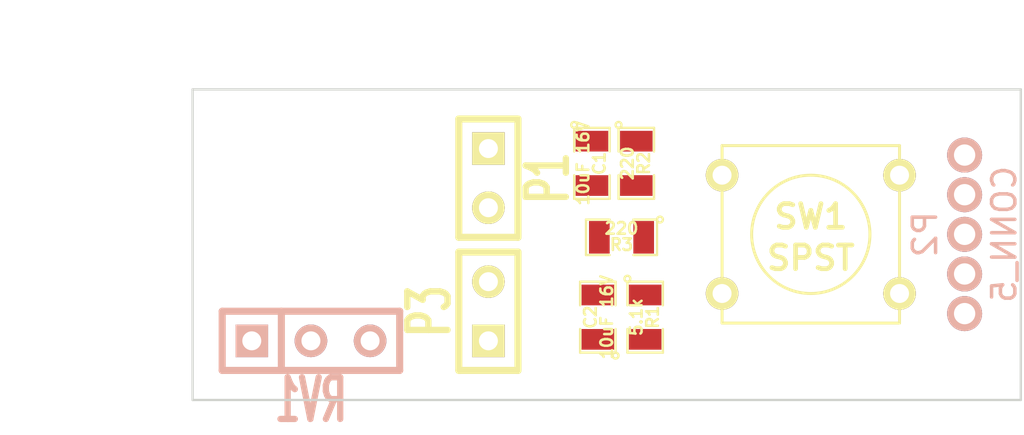
<source format=kicad_pcb>
(kicad_pcb (version 3) (host pcbnew "(2013-may-18)-stable")

  (general
    (links 19)
    (no_connects 19)
    (area 20.548599 23.653045 55.3628 39.7764)
    (thickness 1.6)
    (drawings 10)
    (tracks 0)
    (zones 0)
    (modules 10)
    (nets 7)
  )

  (page A3)
  (layers
    (15 F.Cu signal)
    (0 B.Cu signal)
    (16 B.Adhes user)
    (17 F.Adhes user)
    (18 B.Paste user)
    (19 F.Paste user)
    (20 B.SilkS user)
    (21 F.SilkS user)
    (22 B.Mask user)
    (23 F.Mask user)
    (24 Dwgs.User user)
    (25 Cmts.User user)
    (26 Eco1.User user)
    (27 Eco2.User user)
    (28 Edge.Cuts user)
  )

  (setup
    (last_trace_width 0.508)
    (trace_clearance 0.254)
    (zone_clearance 0.254)
    (zone_45_only no)
    (trace_min 0.254)
    (segment_width 0.2)
    (edge_width 0.1)
    (via_size 0.889)
    (via_drill 0.635)
    (via_min_size 0.889)
    (via_min_drill 0.508)
    (uvia_size 0.508)
    (uvia_drill 0.127)
    (uvias_allowed no)
    (uvia_min_size 0.508)
    (uvia_min_drill 0.127)
    (pcb_text_width 0.3)
    (pcb_text_size 1.5 1.5)
    (mod_edge_width 0.15)
    (mod_text_size 1 1)
    (mod_text_width 0.15)
    (pad_size 1.5 1.5)
    (pad_drill 0.6)
    (pad_to_mask_clearance 0)
    (aux_axis_origin 0 0)
    (visible_elements FFFFFFBF)
    (pcbplotparams
      (layerselection 3178497)
      (usegerberextensions true)
      (excludeedgelayer true)
      (linewidth 0.150000)
      (plotframeref false)
      (viasonmask false)
      (mode 1)
      (useauxorigin false)
      (hpglpennumber 1)
      (hpglpenspeed 20)
      (hpglpendiameter 15)
      (hpglpenoverlay 2)
      (psnegative false)
      (psa4output false)
      (plotreference true)
      (plotvalue true)
      (plotothertext true)
      (plotinvisibletext false)
      (padsonsilk false)
      (subtractmaskfromsilk false)
      (outputformat 1)
      (mirror false)
      (drillshape 1)
      (scaleselection 1)
      (outputdirectory ""))
  )

  (net 0 "")
  (net 1 GND)
  (net 2 N-000002)
  (net 3 N-000003)
  (net 4 N-000004)
  (net 5 N-000006)
  (net 6 N-000007)

  (net_class Default "This is the default net class."
    (clearance 0.254)
    (trace_width 0.508)
    (via_dia 0.889)
    (via_drill 0.635)
    (uvia_dia 0.508)
    (uvia_drill 0.127)
    (add_net "")
    (add_net GND)
    (add_net N-000002)
    (add_net N-000003)
    (add_net N-000004)
    (add_net N-000006)
    (add_net N-000007)
  )

  (module SW_PUSH_SMALL (layer F.Cu) (tedit 46544DB3) (tstamp 522E875E)
    (at 46.228 30.988)
    (path /522AA2A5)
    (fp_text reference SW1 (at 0 -0.762) (layer F.SilkS)
      (effects (font (size 1.016 1.016) (thickness 0.2032)))
    )
    (fp_text value SPST (at 0 1.016) (layer F.SilkS)
      (effects (font (size 1.016 1.016) (thickness 0.2032)))
    )
    (fp_circle (center 0 0) (end 0 -2.54) (layer F.SilkS) (width 0.127))
    (fp_line (start -3.81 -3.81) (end 3.81 -3.81) (layer F.SilkS) (width 0.127))
    (fp_line (start 3.81 -3.81) (end 3.81 3.81) (layer F.SilkS) (width 0.127))
    (fp_line (start 3.81 3.81) (end -3.81 3.81) (layer F.SilkS) (width 0.127))
    (fp_line (start -3.81 -3.81) (end -3.81 3.81) (layer F.SilkS) (width 0.127))
    (pad 1 thru_hole circle (at 3.81 -2.54) (size 1.397 1.397) (drill 0.8128)
      (layers *.Cu *.Mask F.SilkS)
      (net 5 N-000006)
    )
    (pad 2 thru_hole circle (at 3.81 2.54) (size 1.397 1.397) (drill 0.8128)
      (layers *.Cu *.Mask F.SilkS)
      (net 2 N-000002)
    )
    (pad 1 thru_hole circle (at -3.81 -2.54) (size 1.397 1.397) (drill 0.8128)
      (layers *.Cu *.Mask F.SilkS)
      (net 5 N-000006)
    )
    (pad 2 thru_hole circle (at -3.81 2.54) (size 1.397 1.397) (drill 0.8128)
      (layers *.Cu *.Mask F.SilkS)
      (net 2 N-000002)
    )
  )

  (module SM0805 (layer F.Cu) (tedit 5091495C) (tstamp 522E876B)
    (at 38.735 27.94 270)
    (path /522AA278)
    (attr smd)
    (fp_text reference R2 (at 0 -0.3175 270) (layer F.SilkS)
      (effects (font (size 0.50038 0.50038) (thickness 0.10922)))
    )
    (fp_text value 220 (at 0 0.381 270) (layer F.SilkS)
      (effects (font (size 0.50038 0.50038) (thickness 0.10922)))
    )
    (fp_circle (center -1.651 0.762) (end -1.651 0.635) (layer F.SilkS) (width 0.09906))
    (fp_line (start -0.508 0.762) (end -1.524 0.762) (layer F.SilkS) (width 0.09906))
    (fp_line (start -1.524 0.762) (end -1.524 -0.762) (layer F.SilkS) (width 0.09906))
    (fp_line (start -1.524 -0.762) (end -0.508 -0.762) (layer F.SilkS) (width 0.09906))
    (fp_line (start 0.508 -0.762) (end 1.524 -0.762) (layer F.SilkS) (width 0.09906))
    (fp_line (start 1.524 -0.762) (end 1.524 0.762) (layer F.SilkS) (width 0.09906))
    (fp_line (start 1.524 0.762) (end 0.508 0.762) (layer F.SilkS) (width 0.09906))
    (pad 1 smd rect (at -0.9525 0 270) (size 0.889 1.397)
      (layers F.Cu F.Paste F.Mask)
      (net 3 N-000003)
    )
    (pad 2 smd rect (at 0.9525 0 270) (size 0.889 1.397)
      (layers F.Cu F.Paste F.Mask)
      (net 4 N-000004)
    )
    (model smd/chip_cms.wrl
      (at (xyz 0 0 0))
      (scale (xyz 0.1 0.1 0.1))
      (rotate (xyz 0 0 0))
    )
  )

  (module SM0805 (layer F.Cu) (tedit 5091495C) (tstamp 522E8778)
    (at 39.116 34.544 270)
    (path /522AA33C)
    (attr smd)
    (fp_text reference R1 (at 0 -0.3175 270) (layer F.SilkS)
      (effects (font (size 0.50038 0.50038) (thickness 0.10922)))
    )
    (fp_text value 5.1k (at 0 0.381 270) (layer F.SilkS)
      (effects (font (size 0.50038 0.50038) (thickness 0.10922)))
    )
    (fp_circle (center -1.651 0.762) (end -1.651 0.635) (layer F.SilkS) (width 0.09906))
    (fp_line (start -0.508 0.762) (end -1.524 0.762) (layer F.SilkS) (width 0.09906))
    (fp_line (start -1.524 0.762) (end -1.524 -0.762) (layer F.SilkS) (width 0.09906))
    (fp_line (start -1.524 -0.762) (end -0.508 -0.762) (layer F.SilkS) (width 0.09906))
    (fp_line (start 0.508 -0.762) (end 1.524 -0.762) (layer F.SilkS) (width 0.09906))
    (fp_line (start 1.524 -0.762) (end 1.524 0.762) (layer F.SilkS) (width 0.09906))
    (fp_line (start 1.524 0.762) (end 0.508 0.762) (layer F.SilkS) (width 0.09906))
    (pad 1 smd rect (at -0.9525 0 270) (size 0.889 1.397)
      (layers F.Cu F.Paste F.Mask)
      (net 1 GND)
    )
    (pad 2 smd rect (at 0.9525 0 270) (size 0.889 1.397)
      (layers F.Cu F.Paste F.Mask)
      (net 2 N-000002)
    )
    (model smd/chip_cms.wrl
      (at (xyz 0 0 0))
      (scale (xyz 0.1 0.1 0.1))
      (rotate (xyz 0 0 0))
    )
  )

  (module SM0805 (layer F.Cu) (tedit 5091495C) (tstamp 522E8785)
    (at 36.83 27.94 270)
    (path /522AA353)
    (attr smd)
    (fp_text reference C1 (at 0 -0.3175 270) (layer F.SilkS)
      (effects (font (size 0.50038 0.50038) (thickness 0.10922)))
    )
    (fp_text value "10uF 16V" (at 0 0.381 270) (layer F.SilkS)
      (effects (font (size 0.50038 0.50038) (thickness 0.10922)))
    )
    (fp_circle (center -1.651 0.762) (end -1.651 0.635) (layer F.SilkS) (width 0.09906))
    (fp_line (start -0.508 0.762) (end -1.524 0.762) (layer F.SilkS) (width 0.09906))
    (fp_line (start -1.524 0.762) (end -1.524 -0.762) (layer F.SilkS) (width 0.09906))
    (fp_line (start -1.524 -0.762) (end -0.508 -0.762) (layer F.SilkS) (width 0.09906))
    (fp_line (start 0.508 -0.762) (end 1.524 -0.762) (layer F.SilkS) (width 0.09906))
    (fp_line (start 1.524 -0.762) (end 1.524 0.762) (layer F.SilkS) (width 0.09906))
    (fp_line (start 1.524 0.762) (end 0.508 0.762) (layer F.SilkS) (width 0.09906))
    (pad 1 smd rect (at -0.9525 0 270) (size 0.889 1.397)
      (layers F.Cu F.Paste F.Mask)
      (net 5 N-000006)
    )
    (pad 2 smd rect (at 0.9525 0 270) (size 0.889 1.397)
      (layers F.Cu F.Paste F.Mask)
      (net 1 GND)
    )
    (model smd/chip_cms.wrl
      (at (xyz 0 0 0))
      (scale (xyz 0.1 0.1 0.1))
      (rotate (xyz 0 0 0))
    )
  )

  (module SM0805 (layer F.Cu) (tedit 5091495C) (tstamp 522E8792)
    (at 37.084 34.544 90)
    (path /522AA389)
    (attr smd)
    (fp_text reference C2 (at 0 -0.3175 90) (layer F.SilkS)
      (effects (font (size 0.50038 0.50038) (thickness 0.10922)))
    )
    (fp_text value "10uF 16V" (at 0 0.381 90) (layer F.SilkS)
      (effects (font (size 0.50038 0.50038) (thickness 0.10922)))
    )
    (fp_circle (center -1.651 0.762) (end -1.651 0.635) (layer F.SilkS) (width 0.09906))
    (fp_line (start -0.508 0.762) (end -1.524 0.762) (layer F.SilkS) (width 0.09906))
    (fp_line (start -1.524 0.762) (end -1.524 -0.762) (layer F.SilkS) (width 0.09906))
    (fp_line (start -1.524 -0.762) (end -0.508 -0.762) (layer F.SilkS) (width 0.09906))
    (fp_line (start 0.508 -0.762) (end 1.524 -0.762) (layer F.SilkS) (width 0.09906))
    (fp_line (start 1.524 -0.762) (end 1.524 0.762) (layer F.SilkS) (width 0.09906))
    (fp_line (start 1.524 0.762) (end 0.508 0.762) (layer F.SilkS) (width 0.09906))
    (pad 1 smd rect (at -0.9525 0 90) (size 0.889 1.397)
      (layers F.Cu F.Paste F.Mask)
      (net 6 N-000007)
    )
    (pad 2 smd rect (at 0.9525 0 90) (size 0.889 1.397)
      (layers F.Cu F.Paste F.Mask)
      (net 1 GND)
    )
    (model smd/chip_cms.wrl
      (at (xyz 0 0 0))
      (scale (xyz 0.1 0.1 0.1))
      (rotate (xyz 0 0 0))
    )
  )

  (module SM0805 (layer F.Cu) (tedit 5091495C) (tstamp 522E879F)
    (at 38.1 31.115 180)
    (path /522E7DF8)
    (attr smd)
    (fp_text reference R3 (at 0 -0.3175 180) (layer F.SilkS)
      (effects (font (size 0.50038 0.50038) (thickness 0.10922)))
    )
    (fp_text value 220 (at 0 0.381 180) (layer F.SilkS)
      (effects (font (size 0.50038 0.50038) (thickness 0.10922)))
    )
    (fp_circle (center -1.651 0.762) (end -1.651 0.635) (layer F.SilkS) (width 0.09906))
    (fp_line (start -0.508 0.762) (end -1.524 0.762) (layer F.SilkS) (width 0.09906))
    (fp_line (start -1.524 0.762) (end -1.524 -0.762) (layer F.SilkS) (width 0.09906))
    (fp_line (start -1.524 -0.762) (end -0.508 -0.762) (layer F.SilkS) (width 0.09906))
    (fp_line (start 0.508 -0.762) (end 1.524 -0.762) (layer F.SilkS) (width 0.09906))
    (fp_line (start 1.524 -0.762) (end 1.524 0.762) (layer F.SilkS) (width 0.09906))
    (fp_line (start 1.524 0.762) (end 0.508 0.762) (layer F.SilkS) (width 0.09906))
    (pad 1 smd rect (at -0.9525 0 180) (size 0.889 1.397)
      (layers F.Cu F.Paste F.Mask)
      (net 4 N-000004)
    )
    (pad 2 smd rect (at 0.9525 0 180) (size 0.889 1.397)
      (layers F.Cu F.Paste F.Mask)
      (net 1 GND)
    )
    (model smd/chip_cms.wrl
      (at (xyz 0 0 0))
      (scale (xyz 0.1 0.1 0.1))
      (rotate (xyz 0 0 0))
    )
  )

  (module SIL-3 (layer B.Cu) (tedit 200000) (tstamp 522E87AB)
    (at 24.765 35.56)
    (descr "Connecteur 3 pins")
    (tags "CONN DEV")
    (path /522E7E4E)
    (fp_text reference RV1 (at 0 2.54) (layer B.SilkS)
      (effects (font (size 1.7907 1.07696) (thickness 0.3048)) (justify mirror))
    )
    (fp_text value 5K (at 0 2.54) (layer B.SilkS) hide
      (effects (font (size 1.524 1.016) (thickness 0.3048)) (justify mirror))
    )
    (fp_line (start -3.81 -1.27) (end -3.81 1.27) (layer B.SilkS) (width 0.3048))
    (fp_line (start -3.81 1.27) (end 3.81 1.27) (layer B.SilkS) (width 0.3048))
    (fp_line (start 3.81 1.27) (end 3.81 -1.27) (layer B.SilkS) (width 0.3048))
    (fp_line (start 3.81 -1.27) (end -3.81 -1.27) (layer B.SilkS) (width 0.3048))
    (fp_line (start -1.27 1.27) (end -1.27 -1.27) (layer B.SilkS) (width 0.3048))
    (pad 1 thru_hole rect (at -2.54 0) (size 1.397 1.397) (drill 0.8128)
      (layers *.Cu *.Mask B.SilkS)
      (net 4 N-000004)
    )
    (pad 2 thru_hole circle (at 0 0) (size 1.397 1.397) (drill 0.8128)
      (layers *.Cu *.Mask B.SilkS)
      (net 1 GND)
    )
    (pad 3 thru_hole circle (at 2.54 0) (size 1.397 1.397) (drill 0.8128)
      (layers *.Cu *.Mask B.SilkS)
    )
  )

  (module SIL-2 (layer F.Cu) (tedit 200000) (tstamp 522E87B5)
    (at 32.385 34.29 90)
    (descr "Connecteurs 2 pins")
    (tags "CONN DEV")
    (path /522AA323)
    (fp_text reference P3 (at 0 -2.54 90) (layer F.SilkS)
      (effects (font (size 1.72974 1.08712) (thickness 0.3048)))
    )
    (fp_text value "Power out" (at 0 -2.54 90) (layer F.SilkS) hide
      (effects (font (size 1.524 1.016) (thickness 0.3048)))
    )
    (fp_line (start -2.54 1.27) (end -2.54 -1.27) (layer F.SilkS) (width 0.3048))
    (fp_line (start -2.54 -1.27) (end 2.54 -1.27) (layer F.SilkS) (width 0.3048))
    (fp_line (start 2.54 -1.27) (end 2.54 1.27) (layer F.SilkS) (width 0.3048))
    (fp_line (start 2.54 1.27) (end -2.54 1.27) (layer F.SilkS) (width 0.3048))
    (pad 1 thru_hole rect (at -1.27 0 90) (size 1.397 1.397) (drill 0.8128)
      (layers *.Cu *.Mask F.SilkS)
      (net 6 N-000007)
    )
    (pad 2 thru_hole circle (at 1.27 0 90) (size 1.397 1.397) (drill 0.8128)
      (layers *.Cu *.Mask F.SilkS)
      (net 1 GND)
    )
  )

  (module SIL-2 (layer F.Cu) (tedit 200000) (tstamp 522E87BF)
    (at 32.385 28.575 270)
    (descr "Connecteurs 2 pins")
    (tags "CONN DEV")
    (path /522AA330)
    (fp_text reference P1 (at 0 -2.54 270) (layer F.SilkS)
      (effects (font (size 1.72974 1.08712) (thickness 0.3048)))
    )
    (fp_text value Power_in (at 0 -2.54 270) (layer F.SilkS) hide
      (effects (font (size 1.524 1.016) (thickness 0.3048)))
    )
    (fp_line (start -2.54 1.27) (end -2.54 -1.27) (layer F.SilkS) (width 0.3048))
    (fp_line (start -2.54 -1.27) (end 2.54 -1.27) (layer F.SilkS) (width 0.3048))
    (fp_line (start 2.54 -1.27) (end 2.54 1.27) (layer F.SilkS) (width 0.3048))
    (fp_line (start 2.54 1.27) (end -2.54 1.27) (layer F.SilkS) (width 0.3048))
    (pad 1 thru_hole rect (at -1.27 0 270) (size 1.397 1.397) (drill 0.8128)
      (layers *.Cu *.Mask F.SilkS)
      (net 5 N-000006)
    )
    (pad 2 thru_hole circle (at 1.27 0 270) (size 1.397 1.397) (drill 0.8128)
      (layers *.Cu *.Mask F.SilkS)
      (net 1 GND)
    )
  )

  (module OKR-T10 (layer B.Cu) (tedit 522B53B7) (tstamp 522E8837)
    (at 52.832 30.988 90)
    (path /522AA25C)
    (fp_text reference P2 (at 0 -1.7018 90) (layer B.SilkS)
      (effects (font (size 1 1) (thickness 0.15)) (justify mirror))
    )
    (fp_text value CONN_5 (at 0 1.7018 90) (layer B.SilkS)
      (effects (font (size 1 1) (thickness 0.15)) (justify mirror))
    )
    (pad 5 thru_hole circle (at -3.4036 0 90) (size 1.5 1.5) (drill 0.9144)
      (layers *.Cu *.Mask B.SilkS)
      (net 3 N-000003)
    )
    (pad 4 thru_hole circle (at -1.7018 0 90) (size 1.5 1.5) (drill 0.9144)
      (layers *.Cu *.Mask B.SilkS)
      (net 6 N-000007)
    )
    (pad 3 thru_hole circle (at 0 0 90) (size 1.5 1.5) (drill 0.9144)
      (layers *.Cu *.Mask B.SilkS)
      (net 1 GND)
    )
    (pad 2 thru_hole circle (at 1.7018 0 90) (size 1.5 1.5) (drill 0.9144)
      (layers *.Cu *.Mask B.SilkS)
      (net 5 N-000006)
    )
    (pad 1 thru_hole circle (at 3.4036 0 90) (size 1.5 1.5) (drill 0.9144)
      (layers *.Cu *.Mask B.SilkS)
      (net 2 N-000002)
    )
  )

  (dimension 35.56 (width 0.3) (layer Cmts.User)
    (gr_text "1.4000 in" (at 37.465 22.780001) (layer Cmts.User)
      (effects (font (size 1.5 1.5) (thickness 0.3)))
    )
    (feature1 (pts (xy 55.245 24.765) (xy 55.245 21.430001)))
    (feature2 (pts (xy 19.685 24.765) (xy 19.685 21.430001)))
    (crossbar (pts (xy 19.685 24.130001) (xy 55.245 24.130001)))
    (arrow1a (pts (xy 55.245 24.130001) (xy 54.118497 24.716421)))
    (arrow1b (pts (xy 55.245 24.130001) (xy 54.118497 23.543581)))
    (arrow2a (pts (xy 19.685 24.130001) (xy 20.811503 24.716421)))
    (arrow2b (pts (xy 19.685 24.130001) (xy 20.811503 23.543581)))
  )
  (dimension 13.335 (width 0.3) (layer Cmts.User)
    (gr_text "0.5250 in" (at 17.7 31.4325 90) (layer Cmts.User)
      (effects (font (size 1.5 1.5) (thickness 0.3)))
    )
    (feature1 (pts (xy 19.685 24.765) (xy 16.35 24.765)))
    (feature2 (pts (xy 19.685 38.1) (xy 16.35 38.1)))
    (crossbar (pts (xy 19.05 38.1) (xy 19.05 24.765)))
    (arrow1a (pts (xy 19.05 24.765) (xy 19.63642 25.891503)))
    (arrow1b (pts (xy 19.05 24.765) (xy 18.46358 25.891503)))
    (arrow2a (pts (xy 19.05 38.1) (xy 19.63642 36.973497)))
    (arrow2b (pts (xy 19.05 38.1) (xy 18.46358 36.973497)))
  )
  (gr_line (start 19.685 24.765) (end 55.245 24.765) (angle 90) (layer Edge.Cuts) (width 0.1))
  (gr_line (start 19.685 38.1) (end 19.685 24.765) (angle 90) (layer Edge.Cuts) (width 0.1))
  (gr_line (start 55.245 38.1) (end 19.685 38.1) (angle 90) (layer Edge.Cuts) (width 0.1))
  (gr_line (start 55.245 24.765) (end 55.245 38.1) (angle 90) (layer Edge.Cuts) (width 0.1))
  (gr_line (start 52.832 36.576) (end 52.832 25.908) (angle 90) (layer Dwgs.User) (width 0.2))
  (gr_line (start 36.068 36.576) (end 52.832 36.576) (angle 90) (layer Dwgs.User) (width 0.2))
  (gr_line (start 36.068 25.908) (end 52.578 25.908) (angle 90) (layer Dwgs.User) (width 0.2))
  (gr_line (start 36.068 25.908) (end 36.068 36.322) (angle 90) (layer Dwgs.User) (width 0.2))

  (zone (net 1) (net_name GND) (layer F.Cu) (tstamp 522E8FF7) (hatch edge 0.508)
    (connect_pads (clearance 0.254))
    (min_thickness 0.254)
    (fill (arc_segments 16) (thermal_gap 0.381) (thermal_bridge_width 1.016))
    (polygon
      (pts
        (xy 54.61 37.465) (xy 20.32 37.465) (xy 20.32 25.4) (xy 54.61 25.4)
      )
    )
  )
  (zone (net 1) (net_name GND) (layer B.Cu) (tstamp 522E9013) (hatch edge 0.508)
    (connect_pads (clearance 0.254))
    (min_thickness 0.254)
    (fill (arc_segments 16) (thermal_gap 0.381) (thermal_bridge_width 1.016))
    (polygon
      (pts
        (xy 54.61 37.465) (xy 20.32 37.465) (xy 20.32 25.4) (xy 54.61 25.4)
      )
    )
  )
)

</source>
